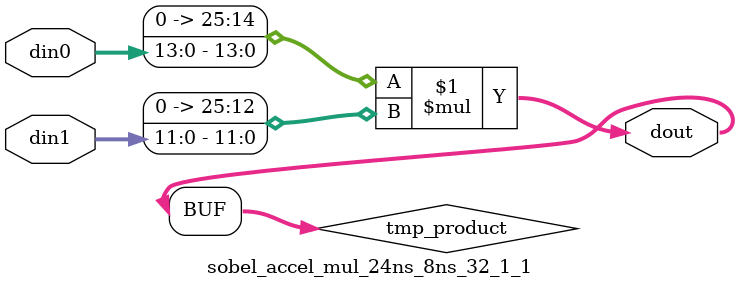
<source format=v>

`timescale 1 ns / 1 ps

  module sobel_accel_mul_24ns_8ns_32_1_1(din0, din1, dout);
parameter ID = 1;
parameter NUM_STAGE = 0;
parameter din0_WIDTH = 14;
parameter din1_WIDTH = 12;
parameter dout_WIDTH = 26;

input [din0_WIDTH - 1 : 0] din0; 
input [din1_WIDTH - 1 : 0] din1; 
output [dout_WIDTH - 1 : 0] dout;

wire signed [dout_WIDTH - 1 : 0] tmp_product;










assign tmp_product = $signed({1'b0, din0}) * $signed({1'b0, din1});











assign dout = tmp_product;







endmodule

</source>
